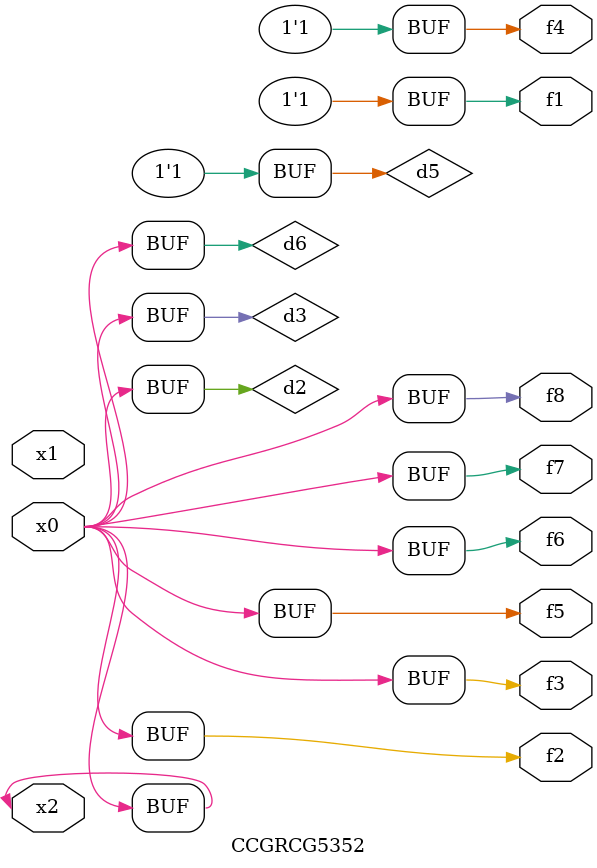
<source format=v>
module CCGRCG5352(
	input x0, x1, x2,
	output f1, f2, f3, f4, f5, f6, f7, f8
);

	wire d1, d2, d3, d4, d5, d6;

	xnor (d1, x2);
	buf (d2, x0, x2);
	and (d3, x0);
	xnor (d4, x1, x2);
	nand (d5, d1, d3);
	buf (d6, d2, d3);
	assign f1 = d5;
	assign f2 = d6;
	assign f3 = d6;
	assign f4 = d5;
	assign f5 = d6;
	assign f6 = d6;
	assign f7 = d6;
	assign f8 = d6;
endmodule

</source>
